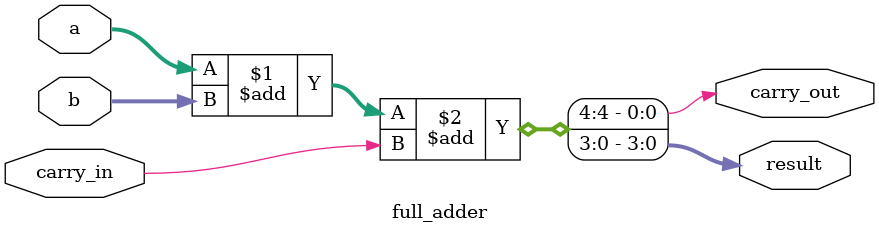
<source format=sv>
module full_adder #(
   parameter N = 4
) (
   input  logic [N-1:0] a, b,
   input  logic         carry_in,
   output logic [N-1:0] result,
   output logic         carry_out,
);

   assign {carry_out, result} = a + b + carry_in;
endmodule
</source>
